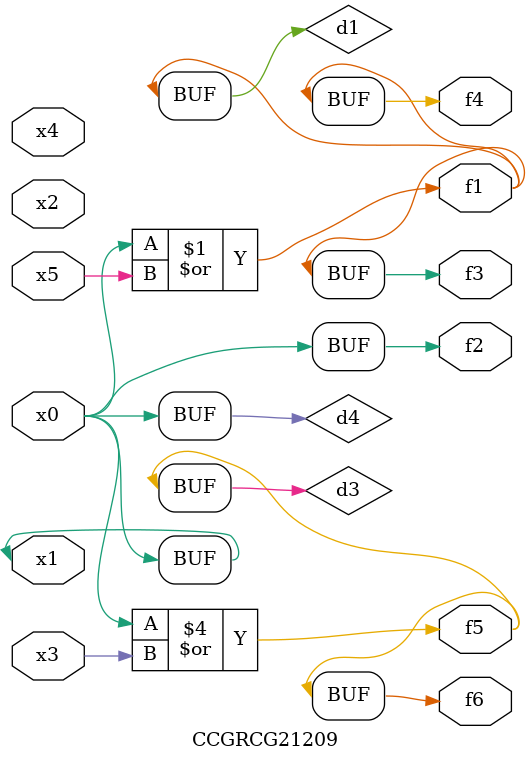
<source format=v>
module CCGRCG21209(
	input x0, x1, x2, x3, x4, x5,
	output f1, f2, f3, f4, f5, f6
);

	wire d1, d2, d3, d4;

	or (d1, x0, x5);
	xnor (d2, x1, x4);
	or (d3, x0, x3);
	buf (d4, x0, x1);
	assign f1 = d1;
	assign f2 = d4;
	assign f3 = d1;
	assign f4 = d1;
	assign f5 = d3;
	assign f6 = d3;
endmodule

</source>
